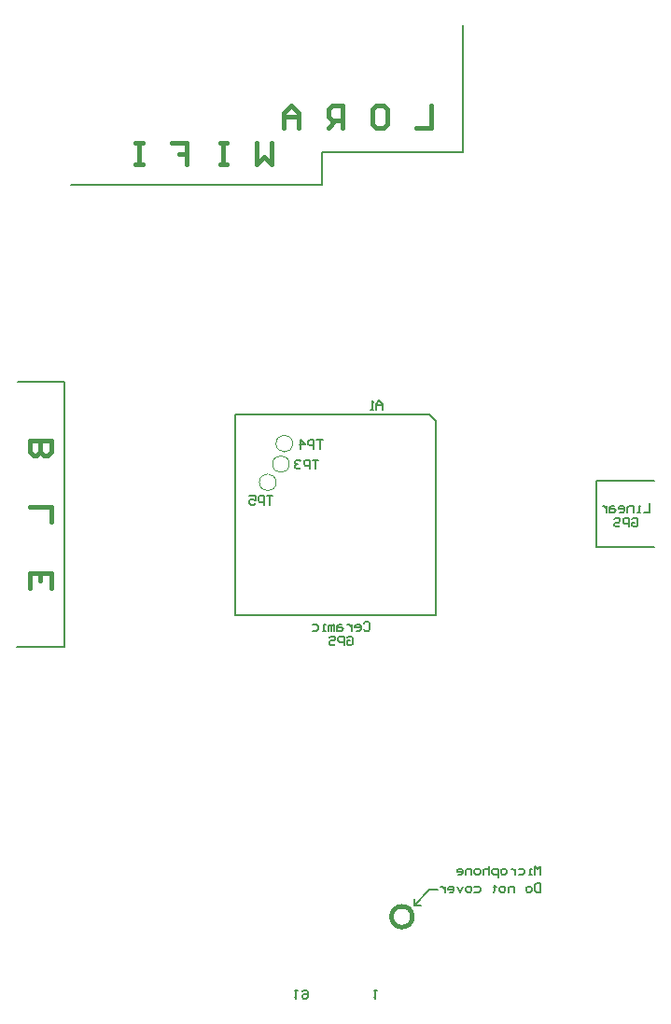
<source format=gbo>
G04*
G04 #@! TF.GenerationSoftware,Altium Limited,Altium Designer,21.2.2 (38)*
G04*
G04 Layer_Color=32896*
%FSAX25Y25*%
%MOIN*%
G70*
G04*
G04 #@! TF.SameCoordinates,A33CE32A-6CF7-472C-A66C-8299AAF89105*
G04*
G04*
G04 #@! TF.FilePolarity,Positive*
G04*
G01*
G75*
%ADD16C,0.00787*%
%ADD17C,0.00394*%
%ADD19C,0.00598*%
%ADD207C,0.01575*%
D16*
X0506810Y0511843D02*
Y0581134D01*
X0504448Y0583497D02*
X0506810Y0581134D01*
X0435156Y0583497D02*
X0504448D01*
X0435156Y0511843D02*
X0506810D01*
X0435156D02*
Y0583497D01*
D17*
X0449764Y0559126D02*
G03*
X0449764Y0559126I-0002993J0000000D01*
G01*
X0454488Y0565662D02*
G03*
X0454488Y0565662I-0002993J0000000D01*
G01*
X0455709Y0572985D02*
G03*
X0455709Y0572985I-0002993J0000000D01*
G01*
D19*
X0376495Y0665308D02*
X0466219D01*
Y0677118D01*
X0516534D01*
Y0722276D01*
X0564172Y0535898D02*
X0584763D01*
X0564172Y0559559D02*
X0584684D01*
X0564172Y0535898D02*
Y0559559D01*
X0357479Y0594953D02*
X0374093D01*
Y0500465D02*
Y0594953D01*
X0357164Y0500465D02*
X0374093D01*
X0504566Y0413575D02*
X0507401D01*
X0499133Y0408142D02*
X0504566Y0413575D01*
X0499133Y0408142D02*
X0501495D01*
X0499133D02*
Y0410504D01*
X0544243Y0419031D02*
Y0422179D01*
X0543193Y0421130D01*
X0542144Y0422179D01*
Y0419031D01*
X0541094D02*
X0540045D01*
X0540570D01*
Y0421130D01*
X0541094D01*
X0536372D02*
X0537946D01*
X0538471Y0420605D01*
Y0419555D01*
X0537946Y0419031D01*
X0536372D01*
X0535322Y0421130D02*
Y0419031D01*
Y0420080D01*
X0534797Y0420605D01*
X0534272Y0421130D01*
X0533748D01*
X0531649Y0419031D02*
X0530599D01*
X0530074Y0419555D01*
Y0420605D01*
X0530599Y0421130D01*
X0531649D01*
X0532173Y0420605D01*
Y0419555D01*
X0531649Y0419031D01*
X0529025Y0417981D02*
Y0421130D01*
X0527451D01*
X0526926Y0420605D01*
Y0419555D01*
X0527451Y0419031D01*
X0529025D01*
X0525876Y0422179D02*
Y0419031D01*
Y0420605D01*
X0525351Y0421130D01*
X0524302D01*
X0523777Y0420605D01*
Y0419031D01*
X0522203D02*
X0521153D01*
X0520629Y0419555D01*
Y0420605D01*
X0521153Y0421130D01*
X0522203D01*
X0522728Y0420605D01*
Y0419555D01*
X0522203Y0419031D01*
X0519579D02*
Y0421130D01*
X0518005D01*
X0517480Y0420605D01*
Y0419031D01*
X0514856D02*
X0515906D01*
X0516431Y0419555D01*
Y0420605D01*
X0515906Y0421130D01*
X0514856D01*
X0514331Y0420605D01*
Y0420080D01*
X0516431D01*
X0544243Y0415915D02*
Y0412767D01*
X0542669D01*
X0542144Y0413291D01*
Y0415390D01*
X0542669Y0415915D01*
X0544243D01*
X0540570Y0412767D02*
X0539520D01*
X0538995Y0413291D01*
Y0414341D01*
X0539520Y0414866D01*
X0540570D01*
X0541094Y0414341D01*
Y0413291D01*
X0540570Y0412767D01*
X0534797D02*
Y0414866D01*
X0533223D01*
X0532698Y0414341D01*
Y0412767D01*
X0531124D02*
X0530074D01*
X0529550Y0413291D01*
Y0414341D01*
X0530074Y0414866D01*
X0531124D01*
X0531649Y0414341D01*
Y0413291D01*
X0531124Y0412767D01*
X0527975Y0415390D02*
Y0414866D01*
X0528500D01*
X0527451D01*
X0527975D01*
Y0413291D01*
X0527451Y0412767D01*
X0520629Y0414866D02*
X0522203D01*
X0522728Y0414341D01*
Y0413291D01*
X0522203Y0412767D01*
X0520629D01*
X0519054D02*
X0518005D01*
X0517480Y0413291D01*
Y0414341D01*
X0518005Y0414866D01*
X0519054D01*
X0519579Y0414341D01*
Y0413291D01*
X0519054Y0412767D01*
X0516431Y0414866D02*
X0515381Y0412767D01*
X0514331Y0414866D01*
X0511708Y0412767D02*
X0512757D01*
X0513282Y0413291D01*
Y0414341D01*
X0512757Y0414866D01*
X0511708D01*
X0511183Y0414341D01*
Y0413816D01*
X0513282D01*
X0510133Y0414866D02*
Y0412767D01*
Y0413816D01*
X0509609Y0414341D01*
X0509084Y0414866D01*
X0508559D01*
X0481085Y0508807D02*
X0481610Y0509332D01*
X0482660D01*
X0483185Y0508807D01*
Y0506708D01*
X0482660Y0506183D01*
X0481610D01*
X0481085Y0506708D01*
X0478462Y0506183D02*
X0479511D01*
X0480036Y0506708D01*
Y0507757D01*
X0479511Y0508282D01*
X0478462D01*
X0477937Y0507757D01*
Y0507233D01*
X0480036D01*
X0476887Y0508282D02*
Y0506183D01*
Y0507233D01*
X0476363Y0507757D01*
X0475838Y0508282D01*
X0475313D01*
X0473214D02*
X0472164D01*
X0471640Y0507757D01*
Y0506183D01*
X0473214D01*
X0473739Y0506708D01*
X0473214Y0507233D01*
X0471640D01*
X0470590Y0506183D02*
Y0508282D01*
X0470065D01*
X0469541Y0507757D01*
Y0506183D01*
Y0507757D01*
X0469016Y0508282D01*
X0468491Y0507757D01*
Y0506183D01*
X0467442D02*
X0466392D01*
X0466917D01*
Y0508282D01*
X0467442D01*
X0462719D02*
X0464293D01*
X0464818Y0507757D01*
Y0506708D01*
X0464293Y0506183D01*
X0462719D01*
X0475051Y0503592D02*
X0475575Y0504117D01*
X0476625D01*
X0477150Y0503592D01*
Y0501493D01*
X0476625Y0500969D01*
X0475575D01*
X0475051Y0501493D01*
Y0502543D01*
X0476100D01*
X0474001Y0500969D02*
Y0504117D01*
X0472427D01*
X0471902Y0503592D01*
Y0502543D01*
X0472427Y0502018D01*
X0474001D01*
X0468754Y0503592D02*
X0469278Y0504117D01*
X0470328D01*
X0470853Y0503592D01*
Y0503067D01*
X0470328Y0502543D01*
X0469278D01*
X0468754Y0502018D01*
Y0501493D01*
X0469278Y0500969D01*
X0470328D01*
X0470853Y0501493D01*
X0484790Y0377859D02*
X0485840D01*
X0485315D01*
Y0374710D01*
X0484790Y0375235D01*
X0583120Y0551654D02*
Y0548506D01*
X0581020D01*
X0579971D02*
X0578922D01*
X0579446D01*
Y0550605D01*
X0579971D01*
X0577347Y0548506D02*
Y0550605D01*
X0575773D01*
X0575248Y0550080D01*
Y0548506D01*
X0572624D02*
X0573674D01*
X0574199Y0549031D01*
Y0550080D01*
X0573674Y0550605D01*
X0572624D01*
X0572099Y0550080D01*
Y0549555D01*
X0574199D01*
X0570525Y0550605D02*
X0569476D01*
X0568951Y0550080D01*
Y0548506D01*
X0570525D01*
X0571050Y0549031D01*
X0570525Y0549555D01*
X0568951D01*
X0567901Y0550605D02*
Y0548506D01*
Y0549555D01*
X0567377Y0550080D01*
X0566852Y0550605D01*
X0566327D01*
X0576822Y0545915D02*
X0577347Y0546440D01*
X0578397D01*
X0578922Y0545915D01*
Y0543816D01*
X0578397Y0543291D01*
X0577347D01*
X0576822Y0543816D01*
Y0544866D01*
X0577872D01*
X0575773Y0543291D02*
Y0546440D01*
X0574199D01*
X0573674Y0545915D01*
Y0544866D01*
X0574199Y0544341D01*
X0575773D01*
X0570525Y0545915D02*
X0571050Y0546440D01*
X0572099D01*
X0572624Y0545915D01*
Y0545390D01*
X0572099Y0544866D01*
X0571050D01*
X0570525Y0544341D01*
Y0543816D01*
X0571050Y0543291D01*
X0572099D01*
X0572624Y0543816D01*
X0456444Y0377859D02*
X0457493D01*
X0456968D01*
Y0374710D01*
X0456444Y0375235D01*
X0459068Y0377334D02*
X0459592Y0377859D01*
X0460642D01*
X0461167Y0377334D01*
Y0375235D01*
X0460642Y0374710D01*
X0459592D01*
X0459068Y0375235D01*
Y0375760D01*
X0459592Y0376284D01*
X0461167D01*
X0448646Y0554205D02*
X0446547D01*
X0447596D01*
Y0551056D01*
X0445497D02*
Y0554205D01*
X0443923D01*
X0443398Y0553680D01*
Y0552630D01*
X0443923Y0552106D01*
X0445497D01*
X0440250Y0554205D02*
X0442349D01*
Y0552630D01*
X0441299Y0553155D01*
X0440774D01*
X0440250Y0552630D01*
Y0551581D01*
X0440774Y0551056D01*
X0441824D01*
X0442349Y0551581D01*
X0466402Y0574323D02*
X0464303D01*
X0465352D01*
Y0571174D01*
X0463253D02*
Y0574323D01*
X0461679D01*
X0461154Y0573798D01*
Y0572748D01*
X0461679Y0572224D01*
X0463253D01*
X0458530Y0571174D02*
Y0574323D01*
X0460105Y0572748D01*
X0458006D01*
X0464945Y0567118D02*
X0462846D01*
X0463896D01*
Y0563969D01*
X0461797D02*
Y0567118D01*
X0460222D01*
X0459697Y0566593D01*
Y0565544D01*
X0460222Y0565019D01*
X0461797D01*
X0458648Y0566593D02*
X0458123Y0567118D01*
X0457074D01*
X0456549Y0566593D01*
Y0566069D01*
X0457074Y0565544D01*
X0457598D01*
X0457074D01*
X0456549Y0565019D01*
Y0564494D01*
X0457074Y0563969D01*
X0458123D01*
X0458648Y0564494D01*
X0487688Y0585072D02*
Y0587171D01*
X0486639Y0588220D01*
X0485590Y0587171D01*
Y0585072D01*
Y0586646D01*
X0487688D01*
X0484540Y0585072D02*
X0483490D01*
X0484015D01*
Y0588220D01*
X0484540Y0587696D01*
D207*
X0498459Y0404008D02*
G03*
X0498459Y0404008I-0003738J0000000D01*
G01*
X0505095Y0693690D02*
Y0685819D01*
X0499848D01*
X0485417Y0693690D02*
X0488041D01*
X0489353Y0692379D01*
Y0687131D01*
X0488041Y0685819D01*
X0485417D01*
X0484105Y0687131D01*
Y0692379D01*
X0485417Y0693690D01*
X0473609Y0685819D02*
Y0693690D01*
X0469674D01*
X0468362Y0692379D01*
Y0689755D01*
X0469674Y0688443D01*
X0473609D01*
X0470986D02*
X0468362Y0685819D01*
X0457867D02*
Y0691067D01*
X0455243Y0693690D01*
X0452619Y0691067D01*
Y0685819D01*
Y0689755D01*
X0457867D01*
X0448027Y0680465D02*
Y0672594D01*
X0445403Y0675218D01*
X0442780Y0672594D01*
Y0680465D01*
X0432284D02*
X0429660D01*
X0430972D01*
Y0672594D01*
X0432284D01*
X0429660D01*
X0412606Y0680465D02*
X0417853D01*
Y0676530D01*
X0415229D01*
X0417853D01*
Y0672594D01*
X0402110Y0680465D02*
X0399486D01*
X0400798D01*
Y0672594D01*
X0402110D01*
X0399486D01*
X0361693Y0573947D02*
X0369565D01*
Y0570012D01*
X0368253Y0568700D01*
X0366941D01*
X0365629Y0570012D01*
Y0573947D01*
Y0570012D01*
X0364317Y0568700D01*
X0363005D01*
X0361693Y0570012D01*
Y0573947D01*
Y0550333D02*
X0369565D01*
Y0545085D01*
X0361693Y0521471D02*
Y0526718D01*
X0369565D01*
Y0521471D01*
X0365629Y0526718D02*
Y0524095D01*
M02*

</source>
